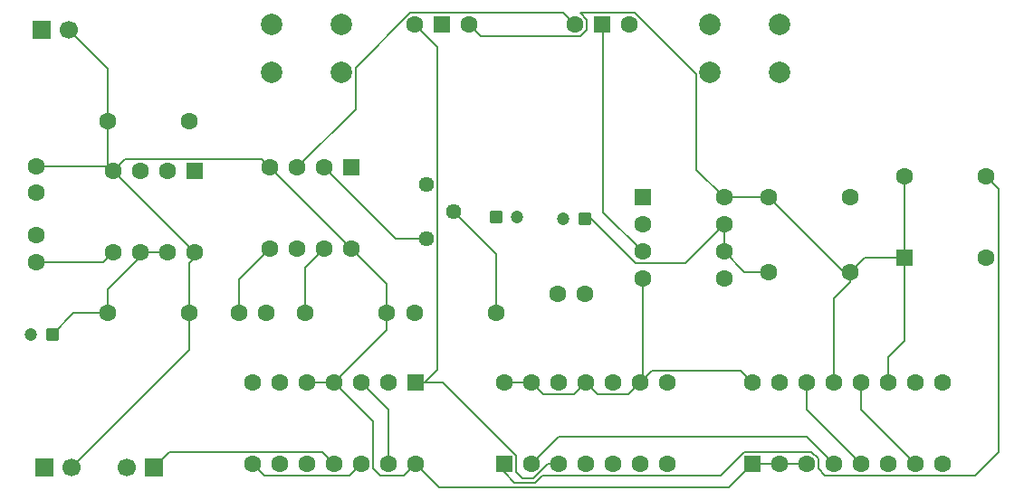
<source format=gbr>
%TF.GenerationSoftware,KiCad,Pcbnew,9.0.6*%
%TF.CreationDate,2025-11-16T18:38:50-05:00*%
%TF.ProjectId,Clock Module,436c6f63-6b20-44d6-9f64-756c652e6b69,rev?*%
%TF.SameCoordinates,Original*%
%TF.FileFunction,Copper,L1,Top*%
%TF.FilePolarity,Positive*%
%FSLAX46Y46*%
G04 Gerber Fmt 4.6, Leading zero omitted, Abs format (unit mm)*
G04 Created by KiCad (PCBNEW 9.0.6) date 2025-11-16 18:38:50*
%MOMM*%
%LPD*%
G01*
G04 APERTURE LIST*
G04 Aperture macros list*
%AMRoundRect*
0 Rectangle with rounded corners*
0 $1 Rounding radius*
0 $2 $3 $4 $5 $6 $7 $8 $9 X,Y pos of 4 corners*
0 Add a 4 corners polygon primitive as box body*
4,1,4,$2,$3,$4,$5,$6,$7,$8,$9,$2,$3,0*
0 Add four circle primitives for the rounded corners*
1,1,$1+$1,$2,$3*
1,1,$1+$1,$4,$5*
1,1,$1+$1,$6,$7*
1,1,$1+$1,$8,$9*
0 Add four rect primitives between the rounded corners*
20,1,$1+$1,$2,$3,$4,$5,0*
20,1,$1+$1,$4,$5,$6,$7,0*
20,1,$1+$1,$6,$7,$8,$9,0*
20,1,$1+$1,$8,$9,$2,$3,0*%
G04 Aperture macros list end*
%TA.AperFunction,ComponentPad*%
%ADD10R,1.600000X1.600000*%
%TD*%
%TA.AperFunction,ComponentPad*%
%ADD11C,1.600000*%
%TD*%
%TA.AperFunction,ComponentPad*%
%ADD12RoundRect,0.250000X-0.550000X0.550000X-0.550000X-0.550000X0.550000X-0.550000X0.550000X0.550000X0*%
%TD*%
%TA.AperFunction,ComponentPad*%
%ADD13C,1.700000*%
%TD*%
%TA.AperFunction,ComponentPad*%
%ADD14R,1.700000X1.700000*%
%TD*%
%TA.AperFunction,ComponentPad*%
%ADD15C,2.000000*%
%TD*%
%TA.AperFunction,ComponentPad*%
%ADD16R,1.500000X1.500000*%
%TD*%
%TA.AperFunction,ComponentPad*%
%ADD17RoundRect,0.250000X0.350000X0.350000X-0.350000X0.350000X-0.350000X-0.350000X0.350000X-0.350000X0*%
%TD*%
%TA.AperFunction,ComponentPad*%
%ADD18C,1.200000*%
%TD*%
%TA.AperFunction,ComponentPad*%
%ADD19RoundRect,0.250000X0.550000X-0.550000X0.550000X0.550000X-0.550000X0.550000X-0.550000X-0.550000X0*%
%TD*%
%TA.AperFunction,ComponentPad*%
%ADD20RoundRect,0.250000X-0.350000X-0.350000X0.350000X-0.350000X0.350000X0.350000X-0.350000X0.350000X0*%
%TD*%
%TA.AperFunction,ComponentPad*%
%ADD21RoundRect,0.250000X-0.550000X-0.550000X0.550000X-0.550000X0.550000X0.550000X-0.550000X0.550000X0*%
%TD*%
%TA.AperFunction,ComponentPad*%
%ADD22C,1.440000*%
%TD*%
%TA.AperFunction,Conductor*%
%ADD23C,0.200000*%
%TD*%
G04 APERTURE END LIST*
D10*
%TO.P,Y1,1,EN*%
%TO.N,+5V*%
X235690000Y-47810000D03*
D11*
%TO.P,Y1,4,GND*%
%TO.N,GND*%
X243310000Y-47810000D03*
%TO.P,Y1,5,OUT*%
%TO.N,Net-(Y1-OUT)*%
X243310000Y-40190000D03*
%TO.P,Y1,8,Vcc*%
%TO.N,+5V*%
X235690000Y-40190000D03*
%TD*%
D12*
%TO.P,U6,1,GND*%
%TO.N,GND*%
X169310000Y-39690000D03*
D11*
%TO.P,U6,2,TR*%
%TO.N,Net-(U6-TR)*%
X166770000Y-39690000D03*
%TO.P,U6,3,Q*%
%TO.N,Net-(U6-Q)*%
X164230000Y-39690000D03*
%TO.P,U6,4,R*%
%TO.N,+5V*%
X161690000Y-39690000D03*
%TO.P,U6,5,CV*%
%TO.N,Net-(U6-CV)*%
X161690000Y-47310000D03*
%TO.P,U6,6,THR*%
%TO.N,Net-(U6-DIS)*%
X164230000Y-47310000D03*
%TO.P,U6,7,DIS*%
X166770000Y-47310000D03*
%TO.P,U6,8,VCC*%
%TO.N,+5V*%
X169310000Y-47310000D03*
%TD*%
D13*
%TO.P,J2,1,Pin_1*%
%TO.N,+5V*%
X157540000Y-26500000D03*
D14*
%TO.P,J2,2,Pin_2*%
%TO.N,GND*%
X155000000Y-26500000D03*
%TD*%
D11*
%TO.P,C6,1*%
%TO.N,+5V*%
X154500000Y-39250000D03*
%TO.P,C6,2*%
%TO.N,GND*%
X154500000Y-41750000D03*
%TD*%
D15*
%TO.P,SW1,1,1*%
%TO.N,GND*%
X217500000Y-26000000D03*
X224000000Y-26000000D03*
%TO.P,SW1,2,2*%
%TO.N,Net-(U3-TR)*%
X217500000Y-30500000D03*
X224000000Y-30500000D03*
%TD*%
D14*
%TO.P,J1,1,Pin_1*%
%TO.N,Clock*%
X165500000Y-67500000D03*
D13*
%TO.P,J1,2,Pin_2*%
%TO.N,Reset*%
X162960000Y-67500000D03*
%TD*%
D11*
%TO.P,R1,1*%
%TO.N,Net-(U3-TR)*%
X230625000Y-42190000D03*
%TO.P,R1,2*%
%TO.N,+5V*%
X223005000Y-42190000D03*
%TD*%
%TO.P,R5,1*%
%TO.N,Net-(U6-TR)*%
X168810000Y-35000000D03*
%TO.P,R5,2*%
%TO.N,+5V*%
X161190000Y-35000000D03*
%TD*%
%TO.P,R2,1*%
%TO.N,+5V*%
X187310000Y-53000000D03*
%TO.P,R2,2*%
%TO.N,Net-(U2-DIS)*%
X179690000Y-53000000D03*
%TD*%
D16*
%TO.P,SW3,1,A*%
%TO.N,GND*%
X192460000Y-26000000D03*
D11*
%TO.P,SW3,2,B*%
%TO.N,Net-(SW3-B)*%
X189920000Y-26000000D03*
%TO.P,SW3,3,C*%
%TO.N,+5V*%
X195000000Y-26000000D03*
%TD*%
%TO.P,C1,1*%
%TO.N,Net-(U2-CV)*%
X173500000Y-53000000D03*
%TO.P,C1,2*%
%TO.N,GND*%
X176000000Y-53000000D03*
%TD*%
D17*
%TO.P,C4,1*%
%TO.N,Net-(U3-DIS)*%
X205787600Y-44190000D03*
D18*
%TO.P,C4,2*%
%TO.N,GND*%
X203787600Y-44190000D03*
%TD*%
D19*
%TO.P,U1,1*%
%TO.N,Net-(Y1-OUT)*%
X198260000Y-67120000D03*
D11*
%TO.P,U1,2*%
%TO.N,Net-(U4A-C)*%
X200800000Y-67120000D03*
%TO.P,U1,3*%
%TO.N,Net-(SW3-B)*%
X203340000Y-67120000D03*
%TO.P,U1,4*%
%TO.N,Net-(U1-Pad4)*%
X205880000Y-67120000D03*
%TO.P,U1,5*%
%TO.N,Net-(U6-Q)*%
X208420000Y-67120000D03*
%TO.P,U1,6*%
%TO.N,Reset*%
X210960000Y-67120000D03*
%TO.P,U1,7,GND*%
%TO.N,GND*%
X213500000Y-67120000D03*
%TO.P,U1,8*%
%TO.N,unconnected-(U1-Pad8)*%
X213500000Y-59500000D03*
%TO.P,U1,9*%
%TO.N,+5V*%
X210960000Y-59500000D03*
%TO.P,U1,10*%
%TO.N,unconnected-(U1-Pad10)*%
X208420000Y-59500000D03*
%TO.P,U1,11*%
%TO.N,+5V*%
X205880000Y-59500000D03*
%TO.P,U1,12*%
%TO.N,unconnected-(U1-Pad12)*%
X203340000Y-59500000D03*
%TO.P,U1,13*%
%TO.N,+5V*%
X200800000Y-59500000D03*
%TO.P,U1,14,VCC*%
X198260000Y-59500000D03*
%TD*%
%TO.P,R3,1*%
%TO.N,Net-(U2-DIS)*%
X189880000Y-53000000D03*
%TO.P,R3,2*%
%TO.N,Net-(R3-Pad2)*%
X197500000Y-53000000D03*
%TD*%
D20*
%TO.P,C3,1*%
%TO.N,Net-(U2-THR)*%
X197500000Y-44000000D03*
D18*
%TO.P,C3,2*%
%TO.N,GND*%
X199500000Y-44000000D03*
%TD*%
D11*
%TO.P,C2,1*%
%TO.N,Net-(U3-CV)*%
X205815000Y-51190000D03*
%TO.P,C2,2*%
%TO.N,GND*%
X203315000Y-51190000D03*
%TD*%
D16*
%TO.P,SW2,1,A*%
%TO.N,Net-(SW2-A)*%
X207460000Y-26000000D03*
D11*
%TO.P,SW2,2,B*%
%TO.N,Net-(SW2-B)*%
X210000000Y-26000000D03*
%TO.P,SW2,3,C*%
%TO.N,Slow Clock*%
X204920000Y-26000000D03*
%TD*%
D21*
%TO.P,U3,1,GND*%
%TO.N,GND*%
X211195000Y-42190000D03*
D11*
%TO.P,U3,2,TR*%
%TO.N,Net-(U3-TR)*%
X211195000Y-44730000D03*
%TO.P,U3,3,Q*%
%TO.N,Net-(SW2-A)*%
X211195000Y-47270000D03*
%TO.P,U3,4,R*%
%TO.N,+5V*%
X211195000Y-49810000D03*
%TO.P,U3,5,CV*%
%TO.N,Net-(U3-CV)*%
X218815000Y-49810000D03*
%TO.P,U3,6,THR*%
%TO.N,Net-(U3-DIS)*%
X218815000Y-47270000D03*
%TO.P,U3,7,DIS*%
X218815000Y-44730000D03*
%TO.P,U3,8,VCC*%
%TO.N,+5V*%
X218815000Y-42190000D03*
%TD*%
D13*
%TO.P,J3,1,Pin_1*%
%TO.N,+5V*%
X157775000Y-67500000D03*
D14*
%TO.P,J3,2,Pin_2*%
%TO.N,GND*%
X155235000Y-67500000D03*
%TD*%
D12*
%TO.P,U2,1,GND*%
%TO.N,GND*%
X184000000Y-39380000D03*
D11*
%TO.P,U2,2,TR*%
%TO.N,Net-(U2-THR)*%
X181460000Y-39380000D03*
%TO.P,U2,3,Q*%
%TO.N,Slow Clock*%
X178920000Y-39380000D03*
%TO.P,U2,4,R*%
%TO.N,+5V*%
X176380000Y-39380000D03*
%TO.P,U2,5,CV*%
%TO.N,Net-(U2-CV)*%
X176380000Y-47000000D03*
%TO.P,U2,6,THR*%
%TO.N,Net-(U2-THR)*%
X178920000Y-47000000D03*
%TO.P,U2,7,DIS*%
%TO.N,Net-(U2-DIS)*%
X181460000Y-47000000D03*
%TO.P,U2,8,VCC*%
%TO.N,+5V*%
X184000000Y-47000000D03*
%TD*%
D12*
%TO.P,U5,1*%
%TO.N,Net-(SW3-B)*%
X190000000Y-59500000D03*
D11*
%TO.P,U5,2*%
%TO.N,Net-(SW2-B)*%
X187460000Y-59500000D03*
%TO.P,U5,3*%
%TO.N,Net-(U5-Pad13)*%
X184920000Y-59500000D03*
%TO.P,U5,4*%
%TO.N,+5V*%
X182380000Y-59500000D03*
%TO.P,U5,5*%
X179840000Y-59500000D03*
%TO.P,U5,6*%
%TO.N,unconnected-(U5-Pad6)*%
X177300000Y-59500000D03*
%TO.P,U5,7,GND*%
%TO.N,GND*%
X174760000Y-59500000D03*
%TO.P,U5,8*%
%TO.N,Net-(U5-Pad12)*%
X174760000Y-67120000D03*
%TO.P,U5,9*%
%TO.N,Fast Clock*%
X177300000Y-67120000D03*
%TO.P,U5,10*%
%TO.N,Net-(U1-Pad4)*%
X179840000Y-67120000D03*
%TO.P,U5,11*%
%TO.N,Clock*%
X182380000Y-67120000D03*
%TO.P,U5,12*%
%TO.N,Net-(U5-Pad12)*%
X184920000Y-67120000D03*
%TO.P,U5,13*%
%TO.N,Net-(U5-Pad13)*%
X187460000Y-67120000D03*
%TO.P,U5,14,VCC*%
%TO.N,+5V*%
X190000000Y-67120000D03*
%TD*%
D22*
%TO.P,RV1,1,1*%
%TO.N,Net-(U2-THR)*%
X190960000Y-46040000D03*
%TO.P,RV1,2,2*%
%TO.N,Net-(R3-Pad2)*%
X193500000Y-43500000D03*
%TO.P,RV1,3,3*%
%TO.N,unconnected-(RV1-Pad3)*%
X190960000Y-40960000D03*
%TD*%
D15*
%TO.P,SW4,1,1*%
%TO.N,GND*%
X176500000Y-26000000D03*
X183000000Y-26000000D03*
%TO.P,SW4,2,2*%
%TO.N,Net-(U6-TR)*%
X176500000Y-30500000D03*
X183000000Y-30500000D03*
%TD*%
D17*
%TO.P,C7,1*%
%TO.N,Net-(U6-DIS)*%
X156000000Y-55000000D03*
D18*
%TO.P,C7,2*%
%TO.N,GND*%
X154000000Y-55000000D03*
%TD*%
D11*
%TO.P,R4,1*%
%TO.N,Net-(U3-DIS)*%
X223005000Y-49190000D03*
%TO.P,R4,2*%
%TO.N,+5V*%
X230625000Y-49190000D03*
%TD*%
%TO.P,R6,1*%
%TO.N,Net-(U6-DIS)*%
X161190000Y-53000000D03*
%TO.P,R6,2*%
%TO.N,+5V*%
X168810000Y-53000000D03*
%TD*%
%TO.P,C5,1*%
%TO.N,Net-(U6-CV)*%
X154500000Y-48250000D03*
%TO.P,C5,2*%
%TO.N,GND*%
X154500000Y-45750000D03*
%TD*%
D19*
%TO.P,U4,1,~{R}*%
%TO.N,+5V*%
X221460000Y-67120000D03*
D11*
%TO.P,U4,2,J*%
X224000000Y-67120000D03*
%TO.P,U4,3,~{K}*%
X226540000Y-67120000D03*
%TO.P,U4,4,C*%
%TO.N,Net-(U4A-C)*%
X229080000Y-67120000D03*
%TO.P,U4,5,~{S}*%
%TO.N,+5V*%
X231620000Y-67120000D03*
%TO.P,U4,6,Q*%
%TO.N,unconnected-(U4A-Q-Pad6)*%
X234160000Y-67120000D03*
%TO.P,U4,7,~{Q}*%
%TO.N,Net-(U4A-~{Q})*%
X236700000Y-67120000D03*
%TO.P,U4,8,GND*%
%TO.N,GND*%
X239240000Y-67120000D03*
%TO.P,U4,9,~{Q}*%
%TO.N,Fast Clock*%
X239240000Y-59500000D03*
%TO.P,U4,10,Q*%
%TO.N,unconnected-(U4B-Q-Pad10)*%
X236700000Y-59500000D03*
%TO.P,U4,11,~{S}*%
%TO.N,+5V*%
X234160000Y-59500000D03*
%TO.P,U4,12,C*%
%TO.N,Net-(U4A-~{Q})*%
X231620000Y-59500000D03*
%TO.P,U4,13,~{K}*%
%TO.N,+5V*%
X229080000Y-59500000D03*
%TO.P,U4,14,J*%
X226540000Y-59500000D03*
%TO.P,U4,15,~{R}*%
X224000000Y-59500000D03*
%TO.P,U4,16,VCC*%
X221460000Y-59500000D03*
%TD*%
D23*
%TO.N,+5V*%
X154500000Y-39250000D02*
X161250000Y-39250000D01*
X235690000Y-47810000D02*
X232005000Y-47810000D01*
X204779000Y-60601000D02*
X201901000Y-60601000D01*
X169310000Y-47310000D02*
X169310000Y-47810000D01*
X206981000Y-60601000D02*
X205880000Y-59500000D01*
X184000000Y-47000000D02*
X176380000Y-39380000D01*
X221460000Y-67120000D02*
X224000000Y-67120000D01*
X186021000Y-67521000D02*
X186021000Y-63141000D01*
X235690000Y-55630000D02*
X235690000Y-47810000D01*
X224000000Y-67120000D02*
X226540000Y-67120000D01*
X195000000Y-26000000D02*
X195000000Y-26500000D01*
X229080000Y-51670000D02*
X229080000Y-59500000D01*
X211195000Y-59265000D02*
X210960000Y-59500000D01*
X212061000Y-58399000D02*
X220359000Y-58399000D01*
X226540000Y-59500000D02*
X226540000Y-62040000D01*
X195000000Y-26000000D02*
X196101000Y-27101000D01*
X188899000Y-68221000D02*
X186721000Y-68221000D01*
X218815000Y-42190000D02*
X223005000Y-42190000D01*
X232005000Y-47810000D02*
X230625000Y-49190000D01*
X206021000Y-26456050D02*
X206021000Y-25543950D01*
X196101000Y-27101000D02*
X205376050Y-27101000D01*
X205376050Y-27101000D02*
X206021000Y-26456050D01*
X187310000Y-53000000D02*
X187310000Y-54570000D01*
X186021000Y-63141000D02*
X182380000Y-59500000D01*
X168810000Y-48310000D02*
X168810000Y-53000000D01*
X175580001Y-38580001D02*
X162799999Y-38580001D01*
X176380000Y-39380000D02*
X175580001Y-38580001D01*
X161250000Y-39250000D02*
X161690000Y-39690000D01*
X230625000Y-49190000D02*
X230625000Y-50125000D01*
X186721000Y-68221000D02*
X186021000Y-67521000D01*
X234160000Y-57160000D02*
X235690000Y-55630000D01*
X206021000Y-25543950D02*
X205376050Y-24899000D01*
X226540000Y-62040000D02*
X231620000Y-67120000D01*
X223005000Y-42190000D02*
X230005000Y-49190000D01*
X161190000Y-30150000D02*
X161190000Y-35000000D01*
X210960000Y-59500000D02*
X209859000Y-60601000D01*
X161690000Y-39690000D02*
X169310000Y-47310000D01*
X219279000Y-69301000D02*
X221460000Y-67120000D01*
X182380000Y-59500000D02*
X179840000Y-59500000D01*
X192181000Y-69301000D02*
X219279000Y-69301000D01*
X210960000Y-59500000D02*
X212061000Y-58399000D01*
X210456050Y-24899000D02*
X216199000Y-30641950D01*
X200800000Y-59500000D02*
X198260000Y-59500000D01*
X220359000Y-58399000D02*
X221460000Y-59500000D01*
X187310000Y-53000000D02*
X187310000Y-50310000D01*
X209859000Y-60601000D02*
X206981000Y-60601000D01*
X161190000Y-35000000D02*
X161190000Y-39190000D01*
X230625000Y-50125000D02*
X229080000Y-51670000D01*
X169310000Y-47810000D02*
X168810000Y-48310000D01*
X157540000Y-26500000D02*
X161190000Y-30150000D01*
X161190000Y-39190000D02*
X161690000Y-39690000D01*
X201901000Y-60601000D02*
X200800000Y-59500000D01*
X205376050Y-24899000D02*
X210456050Y-24899000D01*
X216199000Y-39574000D02*
X218815000Y-42190000D01*
X235690000Y-40190000D02*
X235690000Y-47810000D01*
X234160000Y-59500000D02*
X234160000Y-57160000D01*
X187310000Y-54570000D02*
X182380000Y-59500000D01*
X205880000Y-59500000D02*
X204779000Y-60601000D01*
X211195000Y-49810000D02*
X211195000Y-59265000D01*
X187310000Y-50310000D02*
X184000000Y-47000000D01*
X162799999Y-38580001D02*
X161690000Y-39690000D01*
X216199000Y-30641950D02*
X216199000Y-39574000D01*
X230005000Y-49190000D02*
X230625000Y-49190000D01*
X168810000Y-56465000D02*
X157775000Y-67500000D01*
X190000000Y-67120000D02*
X192181000Y-69301000D01*
X190000000Y-67120000D02*
X188899000Y-68221000D01*
X168810000Y-53000000D02*
X168810000Y-56465000D01*
%TO.N,Slow Clock*%
X178920000Y-39380000D02*
X184356850Y-33943150D01*
X189463950Y-24899000D02*
X203819000Y-24899000D01*
X203819000Y-24899000D02*
X204920000Y-26000000D01*
X184356850Y-33943150D02*
X184356850Y-30006100D01*
X184356850Y-30006100D02*
X189463950Y-24899000D01*
%TO.N,Net-(SW2-A)*%
X207500000Y-43575000D02*
X211195000Y-47270000D01*
X207460000Y-26000000D02*
X207500000Y-26000000D01*
X207500000Y-26000000D02*
X207500000Y-43575000D01*
%TO.N,Clock*%
X166981000Y-66019000D02*
X181279000Y-66019000D01*
X181279000Y-66019000D02*
X182380000Y-67120000D01*
X165500000Y-67500000D02*
X166981000Y-66019000D01*
%TO.N,Net-(Y1-OUT)*%
X242279000Y-68221000D02*
X244500000Y-66000000D01*
X244500000Y-41380000D02*
X243310000Y-40190000D01*
X199240000Y-68900000D02*
X201142736Y-68900000D01*
X228285950Y-68221000D02*
X242279000Y-68221000D01*
X227641000Y-66663950D02*
X227641000Y-67576050D01*
X227641000Y-67576050D02*
X228285950Y-68221000D01*
X220674840Y-66019000D02*
X226996050Y-66019000D01*
X201142736Y-68900000D02*
X201821736Y-68221000D01*
X198260000Y-67920000D02*
X199240000Y-68900000D01*
X226996050Y-66019000D02*
X227641000Y-66663950D01*
X218472840Y-68221000D02*
X220674840Y-66019000D01*
X201821736Y-68221000D02*
X218472840Y-68221000D01*
X198260000Y-67120000D02*
X198260000Y-67920000D01*
X244500000Y-66000000D02*
X244500000Y-41380000D01*
%TO.N,Net-(U2-CV)*%
X173500000Y-53000000D02*
X173500000Y-49880000D01*
X173500000Y-49880000D02*
X176380000Y-47000000D01*
%TO.N,Net-(U2-THR)*%
X181460000Y-39380000D02*
X188120000Y-46040000D01*
X188120000Y-46040000D02*
X190960000Y-46040000D01*
%TO.N,Net-(U3-DIS)*%
X205787600Y-44190000D02*
X206387600Y-44190000D01*
X220735000Y-49190000D02*
X218815000Y-47270000D01*
X218815000Y-44730000D02*
X218815000Y-47270000D01*
X206387600Y-44190000D02*
X210568600Y-48371000D01*
X215174000Y-48371000D02*
X218815000Y-44730000D01*
X223005000Y-49190000D02*
X220735000Y-49190000D01*
X210568600Y-48371000D02*
X215174000Y-48371000D01*
%TO.N,Net-(U6-CV)*%
X160750000Y-48250000D02*
X161690000Y-47310000D01*
X154500000Y-48250000D02*
X160750000Y-48250000D01*
%TO.N,Net-(U6-DIS)*%
X161190000Y-53000000D02*
X158000000Y-53000000D01*
X164230000Y-47770000D02*
X161190000Y-50810000D01*
X166770000Y-47310000D02*
X164230000Y-47310000D01*
X164230000Y-47310000D02*
X164230000Y-47770000D01*
X161190000Y-50810000D02*
X161190000Y-53000000D01*
X158000000Y-53000000D02*
X156000000Y-55000000D01*
%TO.N,Net-(U2-DIS)*%
X179690000Y-48770000D02*
X181460000Y-47000000D01*
X179690000Y-53000000D02*
X179690000Y-48770000D01*
%TO.N,Net-(R3-Pad2)*%
X197500000Y-53000000D02*
X197500000Y-47500000D01*
X197500000Y-47500000D02*
X193500000Y-43500000D01*
%TO.N,Net-(SW3-B)*%
X199361000Y-67905160D02*
X199361000Y-66334840D01*
X203340000Y-67120000D02*
X202355636Y-67120000D01*
X200976636Y-68499000D02*
X199954840Y-68499000D01*
X192526160Y-59500000D02*
X190000000Y-59500000D01*
X191981000Y-58319000D02*
X191981000Y-28061000D01*
X190800000Y-59500000D02*
X191981000Y-58319000D01*
X202355636Y-67120000D02*
X200976636Y-68499000D01*
X190000000Y-59500000D02*
X190800000Y-59500000D01*
X199954840Y-68499000D02*
X199361000Y-67905160D01*
X191981000Y-28061000D02*
X189920000Y-26000000D01*
X199361000Y-66334840D02*
X192526160Y-59500000D01*
%TO.N,Net-(U4A-C)*%
X226560000Y-64600000D02*
X203320000Y-64600000D01*
X229080000Y-67120000D02*
X226560000Y-64600000D01*
X203320000Y-64600000D02*
X200800000Y-67120000D01*
%TO.N,Net-(U4A-~{Q})*%
X231620000Y-62040000D02*
X236700000Y-67120000D01*
X231620000Y-59500000D02*
X231620000Y-62040000D01*
%TO.N,Net-(U5-Pad13)*%
X187460000Y-62040000D02*
X187460000Y-67120000D01*
X184920000Y-59500000D02*
X187460000Y-62040000D01*
%TO.N,Net-(U5-Pad12)*%
X184920000Y-67120000D02*
X183819000Y-68221000D01*
X175861000Y-68221000D02*
X174760000Y-67120000D01*
X183819000Y-68221000D02*
X175861000Y-68221000D01*
%TD*%
M02*

</source>
